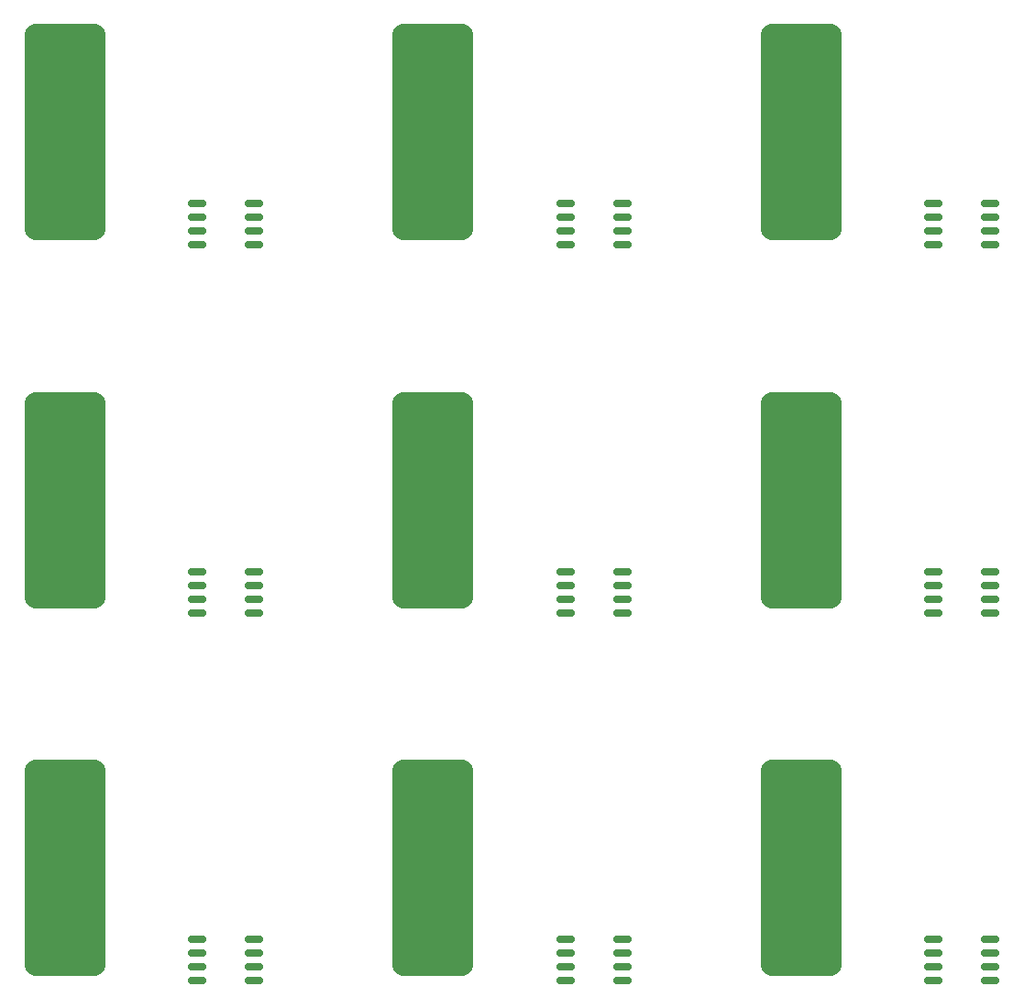
<source format=gbr>
%TF.GenerationSoftware,KiCad,Pcbnew,7.0.5*%
%TF.CreationDate,2023-10-26T18:16:14+09:00*%
%TF.ProjectId,clover_timer_p,636c6f76-6572-45f7-9469-6d65725f702e,rev?*%
%TF.SameCoordinates,Original*%
%TF.FileFunction,Paste,Top*%
%TF.FilePolarity,Positive*%
%FSLAX46Y46*%
G04 Gerber Fmt 4.6, Leading zero omitted, Abs format (unit mm)*
G04 Created by KiCad (PCBNEW 7.0.5) date 2023-10-26 18:16:14*
%MOMM*%
%LPD*%
G01*
G04 APERTURE LIST*
G04 Aperture macros list*
%AMRoundRect*
0 Rectangle with rounded corners*
0 $1 Rounding radius*
0 $2 $3 $4 $5 $6 $7 $8 $9 X,Y pos of 4 corners*
0 Add a 4 corners polygon primitive as box body*
4,1,4,$2,$3,$4,$5,$6,$7,$8,$9,$2,$3,0*
0 Add four circle primitives for the rounded corners*
1,1,$1+$1,$2,$3*
1,1,$1+$1,$4,$5*
1,1,$1+$1,$6,$7*
1,1,$1+$1,$8,$9*
0 Add four rect primitives between the rounded corners*
20,1,$1+$1,$2,$3,$4,$5,0*
20,1,$1+$1,$4,$5,$6,$7,0*
20,1,$1+$1,$6,$7,$8,$9,0*
20,1,$1+$1,$8,$9,$2,$3,0*%
G04 Aperture macros list end*
%ADD10RoundRect,1.125000X-2.625000X-8.875000X2.625000X-8.875000X2.625000X8.875000X-2.625000X8.875000X0*%
%ADD11RoundRect,0.150000X-0.675000X-0.150000X0.675000X-0.150000X0.675000X0.150000X-0.675000X0.150000X0*%
G04 APERTURE END LIST*
D10*
%TO.C,J3*%
X132750000Y-60500000D03*
%TD*%
D11*
%TO.C,IC9*%
X184225000Y-135095000D03*
X184225000Y-136365000D03*
X184225000Y-137635000D03*
X184225000Y-138905000D03*
X178975000Y-138905000D03*
X178975000Y-137635000D03*
X178975000Y-136365000D03*
X178975000Y-135095000D03*
%TD*%
D10*
%TO.C,J17*%
X166750000Y-128500000D03*
%TD*%
D11*
%TO.C,IC8*%
X150225000Y-135095000D03*
X150225000Y-136365000D03*
X150225000Y-137635000D03*
X150225000Y-138905000D03*
X144975000Y-138905000D03*
X144975000Y-137635000D03*
X144975000Y-136365000D03*
X144975000Y-135095000D03*
%TD*%
D10*
%TO.C,J15*%
X132750000Y-128500000D03*
%TD*%
D11*
%TO.C,IC7*%
X116225000Y-135095000D03*
X116225000Y-136365000D03*
X116225000Y-137635000D03*
X116225000Y-138905000D03*
X110975000Y-138905000D03*
X110975000Y-137635000D03*
X110975000Y-136365000D03*
X110975000Y-135095000D03*
%TD*%
D10*
%TO.C,J13*%
X98750000Y-128500000D03*
%TD*%
D11*
%TO.C,IC6*%
X184225000Y-101095000D03*
X184225000Y-102365000D03*
X184225000Y-103635000D03*
X184225000Y-104905000D03*
X178975000Y-104905000D03*
X178975000Y-103635000D03*
X178975000Y-102365000D03*
X178975000Y-101095000D03*
%TD*%
D10*
%TO.C,J11*%
X166750000Y-94500000D03*
%TD*%
D11*
%TO.C,IC5*%
X150225000Y-101095000D03*
X150225000Y-102365000D03*
X150225000Y-103635000D03*
X150225000Y-104905000D03*
X144975000Y-104905000D03*
X144975000Y-103635000D03*
X144975000Y-102365000D03*
X144975000Y-101095000D03*
%TD*%
D10*
%TO.C,J9*%
X132750000Y-94500000D03*
%TD*%
D11*
%TO.C,IC4*%
X116225000Y-101095000D03*
X116225000Y-102365000D03*
X116225000Y-103635000D03*
X116225000Y-104905000D03*
X110975000Y-104905000D03*
X110975000Y-103635000D03*
X110975000Y-102365000D03*
X110975000Y-101095000D03*
%TD*%
D10*
%TO.C,J7*%
X98750000Y-94500000D03*
%TD*%
D11*
%TO.C,IC3*%
X184225000Y-67095000D03*
X184225000Y-68365000D03*
X184225000Y-69635000D03*
X184225000Y-70905000D03*
X178975000Y-70905000D03*
X178975000Y-69635000D03*
X178975000Y-68365000D03*
X178975000Y-67095000D03*
%TD*%
D10*
%TO.C,J5*%
X166750000Y-60500000D03*
%TD*%
D11*
%TO.C,IC2*%
X150225000Y-67095000D03*
X150225000Y-68365000D03*
X150225000Y-69635000D03*
X150225000Y-70905000D03*
X144975000Y-70905000D03*
X144975000Y-69635000D03*
X144975000Y-68365000D03*
X144975000Y-67095000D03*
%TD*%
%TO.C,IC1*%
X110975000Y-67095000D03*
X110975000Y-68365000D03*
X110975000Y-69635000D03*
X110975000Y-70905000D03*
X116225000Y-70905000D03*
X116225000Y-69635000D03*
X116225000Y-68365000D03*
X116225000Y-67095000D03*
%TD*%
D10*
%TO.C,J1*%
X98750000Y-60500000D03*
%TD*%
M02*

</source>
